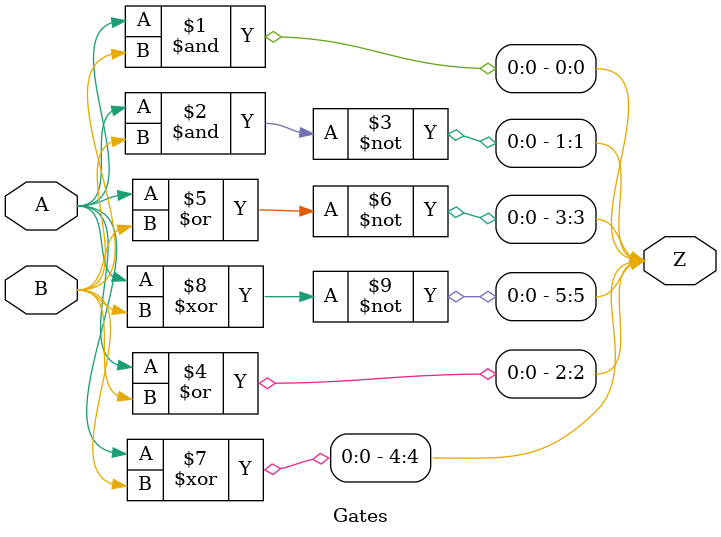
<source format=v>




`timescale 1ns / 100ps

module Gates (

   input  wire A,
   input  wire B,
   output wire [5:0] Z    // note that Z is a 6-bit width output BUS

   ) ;

   // AND
   assign Z[0] = A & B ;

   // NAND
   assign Z[1] = ~(A & B) ;

   // OR
   assign Z[2] = A | B ;

   // NOR
   assign Z[3] = ~(A | B) ;

   // XOR
   assign Z[4] = A ^ B ;

   // XNOR
   assign Z[5] = ~(A ^ B) ;


endmodule


</source>
